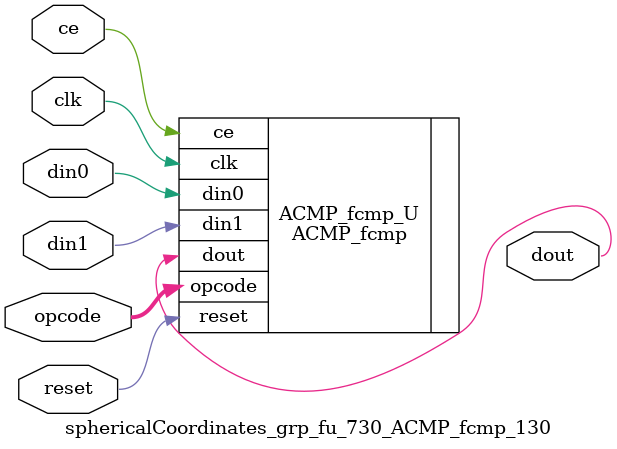
<source format=v>

`timescale 1 ns / 1 ps
module sphericalCoordinates_grp_fu_730_ACMP_fcmp_130(
    clk,
    reset,
    ce,
    din0,
    din1,
    opcode,
    dout);

parameter ID = 32'd1;
parameter NUM_STAGE = 32'd1;
parameter din0_WIDTH = 32'd1;
parameter din1_WIDTH = 32'd1;
parameter dout_WIDTH = 32'd1;
input clk;
input reset;
input ce;
input[din0_WIDTH - 1:0] din0;
input[din1_WIDTH - 1:0] din1;
input[5 - 1:0] opcode;
output[dout_WIDTH - 1:0] dout;



ACMP_fcmp #(
.ID( ID ),
.NUM_STAGE( 3 ),
.din0_WIDTH( din0_WIDTH ),
.din1_WIDTH( din1_WIDTH ),
.dout_WIDTH( dout_WIDTH ))
ACMP_fcmp_U(
    .clk( clk ),
    .reset( reset ),
    .ce( ce ),
    .din0( din0 ),
    .din1( din1 ),
    .dout( dout ),
    .opcode( opcode ));

endmodule

</source>
